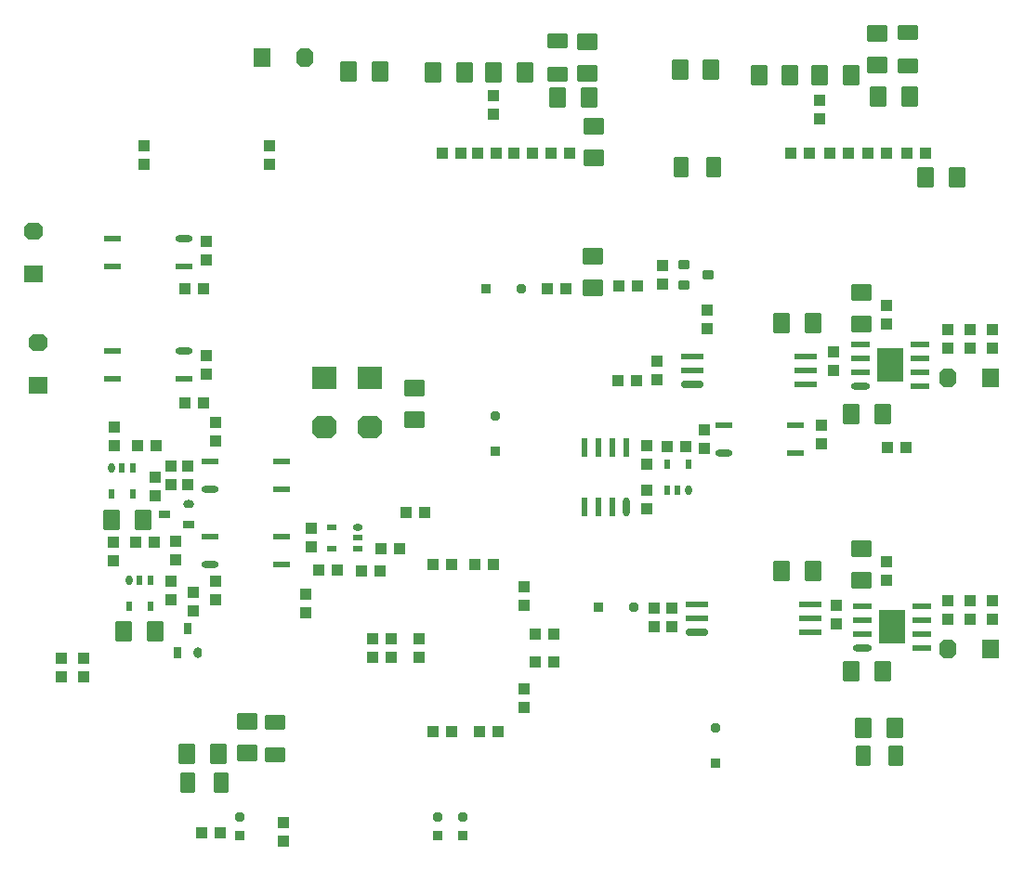
<source format=gbp>
G04*
G04 #@! TF.GenerationSoftware,Altium Limited,Altium Designer,21.3.2 (30)*
G04*
G04 Layer_Color=128*
%FSLAX25Y25*%
%MOIN*%
G70*
G04*
G04 #@! TF.SameCoordinates,82E3065C-4493-458C-8774-CE3C9F48797D*
G04*
G04*
G04 #@! TF.FilePolarity,Positive*
G04*
G01*
G75*
G04:AMPARAMS|DCode=84|XSize=40mil|YSize=40mil|CornerRadius=3mil|HoleSize=0mil|Usage=FLASHONLY|Rotation=0.000|XOffset=0mil|YOffset=0mil|HoleType=Round|Shape=RoundedRectangle|*
%AMROUNDEDRECTD84*
21,1,0.04000,0.03400,0,0,0.0*
21,1,0.03400,0.04000,0,0,0.0*
1,1,0.00600,0.01700,-0.01700*
1,1,0.00600,-0.01700,-0.01700*
1,1,0.00600,-0.01700,0.01700*
1,1,0.00600,0.01700,0.01700*
%
%ADD84ROUNDEDRECTD84*%
%ADD85P,0.03835X8X22.5*%
%ADD86R,0.03543X0.03543*%
G04:AMPARAMS|DCode=87|XSize=31.5mil|YSize=39.37mil|CornerRadius=4.72mil|HoleSize=0mil|Usage=FLASHONLY|Rotation=270.000|XOffset=0mil|YOffset=0mil|HoleType=Round|Shape=RoundedRectangle|*
%AMROUNDEDRECTD87*
21,1,0.03150,0.02992,0,0,270.0*
21,1,0.02205,0.03937,0,0,270.0*
1,1,0.00945,-0.01496,-0.01102*
1,1,0.00945,-0.01496,0.01102*
1,1,0.00945,0.01496,0.01102*
1,1,0.00945,0.01496,-0.01102*
%
%ADD87ROUNDEDRECTD87*%
%ADD88O,0.06299X0.02362*%
%ADD89R,0.06299X0.02362*%
G04:AMPARAMS|DCode=90|XSize=40mil|YSize=40mil|CornerRadius=3mil|HoleSize=0mil|Usage=FLASHONLY|Rotation=270.000|XOffset=0mil|YOffset=0mil|HoleType=Round|Shape=RoundedRectangle|*
%AMROUNDEDRECTD90*
21,1,0.04000,0.03400,0,0,270.0*
21,1,0.03400,0.04000,0,0,270.0*
1,1,0.00600,-0.01700,-0.01700*
1,1,0.00600,-0.01700,0.01700*
1,1,0.00600,0.01700,0.01700*
1,1,0.00600,0.01700,-0.01700*
%
%ADD90ROUNDEDRECTD90*%
G04:AMPARAMS|DCode=91|XSize=63mil|YSize=71mil|CornerRadius=4.72mil|HoleSize=0mil|Usage=FLASHONLY|Rotation=90.000|XOffset=0mil|YOffset=0mil|HoleType=Round|Shape=RoundedRectangle|*
%AMROUNDEDRECTD91*
21,1,0.06300,0.06155,0,0,90.0*
21,1,0.05355,0.07100,0,0,90.0*
1,1,0.00945,0.03078,0.02678*
1,1,0.00945,0.03078,-0.02678*
1,1,0.00945,-0.03078,-0.02678*
1,1,0.00945,-0.03078,0.02678*
%
%ADD91ROUNDEDRECTD91*%
%ADD92R,0.03543X0.03543*%
%ADD93P,0.03835X8X292.5*%
%ADD94R,0.04000X0.03000*%
%ADD95O,0.04000X0.03000*%
%ADD96R,0.03000X0.04000*%
%ADD97O,0.03000X0.04000*%
%ADD98O,0.02362X0.03543*%
%ADD99R,0.02362X0.03543*%
%ADD100O,0.06890X0.02362*%
%ADD101R,0.06890X0.02362*%
%ADD102R,0.09449X0.12205*%
G04:AMPARAMS|DCode=103|XSize=23.62mil|YSize=80.71mil|CornerRadius=0mil|HoleSize=0mil|Usage=FLASHONLY|Rotation=270.000|XOffset=0mil|YOffset=0mil|HoleType=Round|Shape=Octagon|*
%AMOCTAGOND103*
4,1,8,0.04035,0.00591,0.04035,-0.00591,0.03445,-0.01181,-0.03445,-0.01181,-0.04035,-0.00591,-0.04035,0.00591,-0.03445,0.01181,0.03445,0.01181,0.04035,0.00591,0.0*
%
%ADD103OCTAGOND103*%

%ADD104R,0.08071X0.02362*%
%ADD105R,0.02362X0.06890*%
%ADD106O,0.02362X0.06890*%
G04:AMPARAMS|DCode=107|XSize=63mil|YSize=71mil|CornerRadius=4.72mil|HoleSize=0mil|Usage=FLASHONLY|Rotation=0.000|XOffset=0mil|YOffset=0mil|HoleType=Round|Shape=RoundedRectangle|*
%AMROUNDEDRECTD107*
21,1,0.06300,0.06155,0,0,0.0*
21,1,0.05355,0.07100,0,0,0.0*
1,1,0.00945,0.02678,-0.03078*
1,1,0.00945,-0.02678,-0.03078*
1,1,0.00945,-0.02678,0.03078*
1,1,0.00945,0.02678,0.03078*
%
%ADD107ROUNDEDRECTD107*%
%ADD108R,0.08661X0.08071*%
G04:AMPARAMS|DCode=109|XSize=86.61mil|YSize=80.71mil|CornerRadius=0mil|HoleSize=0mil|Usage=FLASHONLY|Rotation=0.000|XOffset=0mil|YOffset=0mil|HoleType=Round|Shape=Octagon|*
%AMOCTAGOND109*
4,1,8,0.04331,-0.02018,0.04331,0.02018,0.02313,0.04035,-0.02313,0.04035,-0.04331,0.02018,-0.04331,-0.02018,-0.02313,-0.04035,0.02313,-0.04035,0.04331,-0.02018,0.0*
%
%ADD109OCTAGOND109*%

%ADD110R,0.06693X0.06299*%
G04:AMPARAMS|DCode=111|XSize=66.93mil|YSize=62.99mil|CornerRadius=0mil|HoleSize=0mil|Usage=FLASHONLY|Rotation=0.000|XOffset=0mil|YOffset=0mil|HoleType=Round|Shape=Octagon|*
%AMOCTAGOND111*
4,1,8,0.03347,-0.01575,0.03347,0.01575,0.01772,0.03150,-0.01772,0.03150,-0.03347,0.01575,-0.03347,-0.01575,-0.01772,-0.03150,0.01772,-0.03150,0.03347,-0.01575,0.0*
%
%ADD111OCTAGOND111*%

G04:AMPARAMS|DCode=112|XSize=66.93mil|YSize=62.99mil|CornerRadius=0mil|HoleSize=0mil|Usage=FLASHONLY|Rotation=270.000|XOffset=0mil|YOffset=0mil|HoleType=Round|Shape=Octagon|*
%AMOCTAGOND112*
4,1,8,-0.01575,-0.03347,0.01575,-0.03347,0.03150,-0.01772,0.03150,0.01772,0.01575,0.03347,-0.01575,0.03347,-0.03150,0.01772,-0.03150,-0.01772,-0.01575,-0.03347,0.0*
%
%ADD112OCTAGOND112*%

%ADD113R,0.06299X0.06693*%
G04:AMPARAMS|DCode=114|XSize=35.43mil|YSize=33.47mil|CornerRadius=0mil|HoleSize=0mil|Usage=FLASHONLY|Rotation=0.000|XOffset=0mil|YOffset=0mil|HoleType=Round|Shape=Octagon|*
%AMOCTAGOND114*
4,1,8,0.01772,-0.00837,0.01772,0.00837,0.00935,0.01673,-0.00935,0.01673,-0.01772,0.00837,-0.01772,-0.00837,-0.00935,-0.01673,0.00935,-0.01673,0.01772,-0.00837,0.0*
%
%ADD114OCTAGOND114*%

%ADD115R,0.03543X0.03347*%
%ADD116R,0.03543X0.02362*%
%ADD117O,0.03543X0.02362*%
G04:AMPARAMS|DCode=118|XSize=55.12mil|YSize=70.87mil|CornerRadius=4.13mil|HoleSize=0mil|Usage=FLASHONLY|Rotation=90.000|XOffset=0mil|YOffset=0mil|HoleType=Round|Shape=RoundedRectangle|*
%AMROUNDEDRECTD118*
21,1,0.05512,0.06260,0,0,90.0*
21,1,0.04685,0.07087,0,0,90.0*
1,1,0.00827,0.03130,0.02343*
1,1,0.00827,0.03130,-0.02343*
1,1,0.00827,-0.03130,-0.02343*
1,1,0.00827,-0.03130,0.02343*
%
%ADD118ROUNDEDRECTD118*%
G04:AMPARAMS|DCode=119|XSize=55.12mil|YSize=70.87mil|CornerRadius=4.13mil|HoleSize=0mil|Usage=FLASHONLY|Rotation=0.000|XOffset=0mil|YOffset=0mil|HoleType=Round|Shape=RoundedRectangle|*
%AMROUNDEDRECTD119*
21,1,0.05512,0.06260,0,0,0.0*
21,1,0.04685,0.07087,0,0,0.0*
1,1,0.00827,0.02343,-0.03130*
1,1,0.00827,-0.02343,-0.03130*
1,1,0.00827,-0.02343,0.03130*
1,1,0.00827,0.02343,0.03130*
%
%ADD119ROUNDEDRECTD119*%
G54D84*
X235000Y193654D02*
D03*
Y200346D02*
D03*
X283653Y259653D02*
D03*
Y266347D02*
D03*
X273654D02*
D03*
X267000D02*
D03*
Y259653D02*
D03*
X273654D02*
D03*
X243000Y282193D02*
D03*
Y275500D02*
D03*
X245000Y299153D02*
D03*
Y305847D02*
D03*
X210630Y337205D02*
D03*
Y343898D02*
D03*
X207500Y361154D02*
D03*
Y367846D02*
D03*
X200787Y328150D02*
D03*
X194882D02*
D03*
Y321457D02*
D03*
X200787D02*
D03*
X196500Y301346D02*
D03*
Y294654D02*
D03*
X194882Y286811D02*
D03*
X202756Y282874D02*
D03*
Y276181D02*
D03*
X194882Y280118D02*
D03*
X210630D02*
D03*
Y286811D02*
D03*
X188976Y317520D02*
D03*
Y324213D02*
D03*
X174500Y335653D02*
D03*
Y342347D02*
D03*
X174000Y300847D02*
D03*
Y294153D02*
D03*
X155512Y259252D02*
D03*
Y252559D02*
D03*
X163386D02*
D03*
Y259252D02*
D03*
X321500Y248346D02*
D03*
Y241653D02*
D03*
Y278153D02*
D03*
Y284846D02*
D03*
X368000Y277346D02*
D03*
Y270654D02*
D03*
X374500D02*
D03*
Y277346D02*
D03*
X365500Y313028D02*
D03*
Y319721D02*
D03*
Y329028D02*
D03*
Y335720D02*
D03*
X386000Y334653D02*
D03*
Y341347D02*
D03*
X369017Y359154D02*
D03*
Y365846D02*
D03*
X387000Y377654D02*
D03*
Y384347D02*
D03*
X371000Y400347D02*
D03*
Y393653D02*
D03*
X428000Y336307D02*
D03*
Y343000D02*
D03*
X432517Y362653D02*
D03*
X451500Y379153D02*
D03*
Y385846D02*
D03*
X432517Y369346D02*
D03*
X473517Y370654D02*
D03*
Y377346D02*
D03*
X481517D02*
D03*
Y370654D02*
D03*
X489517D02*
D03*
Y377346D02*
D03*
X427500Y452852D02*
D03*
Y459546D02*
D03*
X310500Y461346D02*
D03*
Y454654D02*
D03*
X230000Y443347D02*
D03*
Y436654D02*
D03*
X207500Y408847D02*
D03*
Y402153D02*
D03*
X185000Y436654D02*
D03*
Y443347D02*
D03*
X433500Y278346D02*
D03*
Y271654D02*
D03*
X451500Y287154D02*
D03*
Y293847D02*
D03*
X473500Y279847D02*
D03*
Y273153D02*
D03*
X481500D02*
D03*
Y279847D02*
D03*
X489500D02*
D03*
Y273153D02*
D03*
G54D85*
X311000Y346398D02*
D03*
X390000Y234398D02*
D03*
G54D86*
X311000Y333602D02*
D03*
X390000Y221602D02*
D03*
G54D87*
X387331Y397000D02*
D03*
X378669Y400740D02*
D03*
Y393260D02*
D03*
G54D88*
X208705Y293000D02*
D03*
Y320000D02*
D03*
X199295Y369500D02*
D03*
Y410000D02*
D03*
X393205Y333000D02*
D03*
G54D89*
X234295Y293000D02*
D03*
Y303000D02*
D03*
Y320000D02*
D03*
Y330000D02*
D03*
X208705D02*
D03*
Y303000D02*
D03*
X199295Y359500D02*
D03*
X173705Y369500D02*
D03*
Y359500D02*
D03*
X199295Y400000D02*
D03*
X173705D02*
D03*
Y410000D02*
D03*
X393205Y343000D02*
D03*
X418795Y333000D02*
D03*
Y343000D02*
D03*
G54D90*
X205654Y196500D02*
D03*
X212347D02*
D03*
X288653Y233000D02*
D03*
X295346D02*
D03*
X305307D02*
D03*
X312000D02*
D03*
X325307Y258000D02*
D03*
X332000D02*
D03*
Y268000D02*
D03*
X325307D02*
D03*
X310347Y293000D02*
D03*
X303654D02*
D03*
X295346D02*
D03*
X288653D02*
D03*
X276847Y298500D02*
D03*
X270153D02*
D03*
X269847Y290500D02*
D03*
X263154D02*
D03*
X254346Y291000D02*
D03*
X247654D02*
D03*
X279153Y311500D02*
D03*
X285846D02*
D03*
X355153Y359000D02*
D03*
X361846D02*
D03*
X372654Y335374D02*
D03*
X379346D02*
D03*
X362000Y393000D02*
D03*
X355307D02*
D03*
X336347Y392000D02*
D03*
X329654D02*
D03*
X331153Y440500D02*
D03*
X337846D02*
D03*
X324346D02*
D03*
X317653D02*
D03*
X311347D02*
D03*
X304654D02*
D03*
X298847D02*
D03*
X292154D02*
D03*
X206347Y392000D02*
D03*
X199653D02*
D03*
Y351000D02*
D03*
X206347D02*
D03*
X189347Y335500D02*
D03*
X182653D02*
D03*
X182153Y301000D02*
D03*
X188847D02*
D03*
X417154Y440500D02*
D03*
X423846D02*
D03*
X430955D02*
D03*
X437647D02*
D03*
X444756D02*
D03*
X451448D02*
D03*
X458653D02*
D03*
X465346D02*
D03*
X451653Y335000D02*
D03*
X458347D02*
D03*
G54D91*
X222000Y225400D02*
D03*
Y236600D02*
D03*
X282000Y344900D02*
D03*
Y356100D02*
D03*
X346000Y392400D02*
D03*
Y403600D02*
D03*
X346500Y438900D02*
D03*
Y450100D02*
D03*
X344000Y469400D02*
D03*
Y480600D02*
D03*
X442500Y390600D02*
D03*
Y379400D02*
D03*
Y298600D02*
D03*
Y287400D02*
D03*
X448000Y472400D02*
D03*
Y483600D02*
D03*
G54D92*
X348102Y277500D02*
D03*
X307602Y392000D02*
D03*
G54D93*
X360898Y277500D02*
D03*
X320398Y392000D02*
D03*
G54D94*
X201181Y307283D02*
D03*
X192520Y311024D02*
D03*
G54D95*
X201181Y314764D02*
D03*
G54D96*
X197047Y261417D02*
D03*
X200787Y270079D02*
D03*
G54D97*
X204528Y261417D02*
D03*
G54D98*
X179760Y287224D02*
D03*
X173425Y327559D02*
D03*
X380240Y319650D02*
D03*
G54D99*
X179760Y277776D02*
D03*
X187240D02*
D03*
Y287224D02*
D03*
X183500D02*
D03*
X180905Y318110D02*
D03*
Y327559D02*
D03*
X177165D02*
D03*
X173425Y318110D02*
D03*
X372760Y319650D02*
D03*
X376500D02*
D03*
X372760Y329098D02*
D03*
X380240D02*
D03*
G54D100*
X442220Y357000D02*
D03*
X442870Y263000D02*
D03*
G54D101*
X442220Y362000D02*
D03*
Y367000D02*
D03*
Y372000D02*
D03*
X463480Y367000D02*
D03*
Y362000D02*
D03*
Y357000D02*
D03*
Y372000D02*
D03*
X442870Y278000D02*
D03*
Y273000D02*
D03*
Y268000D02*
D03*
X464130Y263000D02*
D03*
Y268000D02*
D03*
Y273000D02*
D03*
Y278000D02*
D03*
G54D102*
X453500Y270500D02*
D03*
X452850Y364500D02*
D03*
G54D103*
X383449Y268500D02*
D03*
X381741Y357500D02*
D03*
G54D104*
X383449Y273500D02*
D03*
Y278500D02*
D03*
X424000D02*
D03*
Y273500D02*
D03*
Y268500D02*
D03*
X422292Y357500D02*
D03*
Y362500D02*
D03*
Y367500D02*
D03*
X381741D02*
D03*
Y362500D02*
D03*
G54D105*
X343000Y313744D02*
D03*
X348000D02*
D03*
X353000D02*
D03*
X358000Y335004D02*
D03*
X353000D02*
D03*
X348000D02*
D03*
X343000D02*
D03*
G54D106*
X358000Y313744D02*
D03*
G54D107*
X211600Y225000D02*
D03*
X200400D02*
D03*
X189100Y269000D02*
D03*
X177900D02*
D03*
X184734Y309055D02*
D03*
X173534D02*
D03*
X333400Y460500D02*
D03*
X344600D02*
D03*
X377300Y470500D02*
D03*
X388500D02*
D03*
X405599Y468500D02*
D03*
X416799D02*
D03*
X427400D02*
D03*
X438600D02*
D03*
X448400Y461000D02*
D03*
X459600D02*
D03*
X465400Y432000D02*
D03*
X476600D02*
D03*
X425100Y379500D02*
D03*
X413900D02*
D03*
X438900Y347000D02*
D03*
X450100D02*
D03*
X425100Y290500D02*
D03*
X413900D02*
D03*
X438900Y254500D02*
D03*
X450100D02*
D03*
X454419Y234252D02*
D03*
X443219D02*
D03*
X321600Y469500D02*
D03*
X310400D02*
D03*
X300100D02*
D03*
X288900D02*
D03*
X269600Y470000D02*
D03*
X258400D02*
D03*
G54D108*
X266000Y359858D02*
D03*
X249645D02*
D03*
G54D109*
X266000Y342142D02*
D03*
X249645D02*
D03*
G54D110*
X147000Y357421D02*
D03*
X145500Y397421D02*
D03*
G54D111*
X147000Y372579D02*
D03*
X145500Y412579D02*
D03*
G54D112*
X473421Y262500D02*
D03*
X473438Y360000D02*
D03*
X242579Y475000D02*
D03*
G54D113*
X227421Y475000D02*
D03*
X488579Y262500D02*
D03*
X488595Y360000D02*
D03*
G54D114*
X219500Y202248D02*
D03*
X290500D02*
D03*
X299500D02*
D03*
G54D115*
X219500Y195752D02*
D03*
X290500D02*
D03*
X299500D02*
D03*
G54D116*
X252276Y298760D02*
D03*
Y306240D02*
D03*
X261724Y302500D02*
D03*
Y298760D02*
D03*
G54D117*
X261724Y306240D02*
D03*
G54D118*
X232000Y224594D02*
D03*
Y236405D02*
D03*
X333500Y469095D02*
D03*
Y480905D02*
D03*
X459000Y472094D02*
D03*
Y483906D02*
D03*
G54D119*
X212598Y214567D02*
D03*
X200787D02*
D03*
X389405Y435500D02*
D03*
X377594D02*
D03*
X442913Y224410D02*
D03*
X454724D02*
D03*
M02*

</source>
